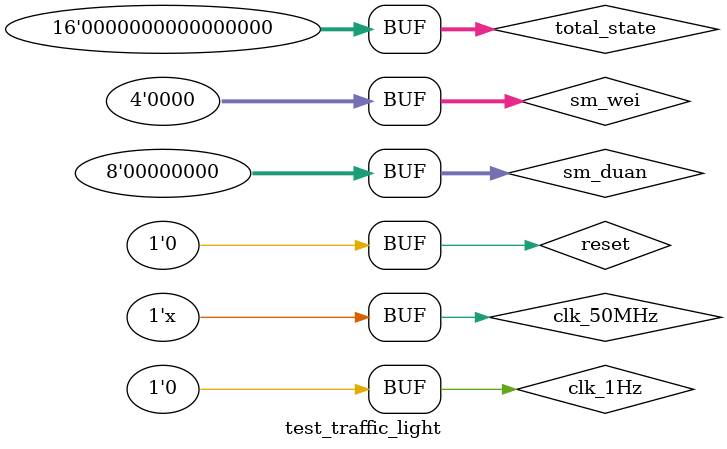
<source format=v>
`timescale 1ns / 1ps


module test_traffic_light;

	// Inputs
	reg clk_50MHz;
	reg reset;

	// Outputs
	reg clk_1Hz;
	reg [15:0] total_state;
	wire [5:0] light;
	reg [3:0] sm_wei;
	reg [7:0] sm_duan;

	// Instantiate the Unit Under Test (UUT)
	traffic_light uut (
		.clk_50MHz(clk_50MHz), 
		.clk_1Hz(clk_1Hz), 
		.total_state(total_state), 
		.light(light), 
		.sm_wei(sm_wei), 
		.sm_duan(sm_duan), 
		.reset(reset)
	);

	initial begin
		// Initialize Inputs
		clk_50MHz = 0;
		reset = 0;
		clk_1Hz<=0;
		total_state=0;
		sm_wei=0;
		sm_duan=0;
		// Wait 100 ns for global reset to finish
		#100;
        
		// Add stimulus here
       
      end
	always #2 clk_50MHz=~clk_50MHz;
      
endmodule


</source>
